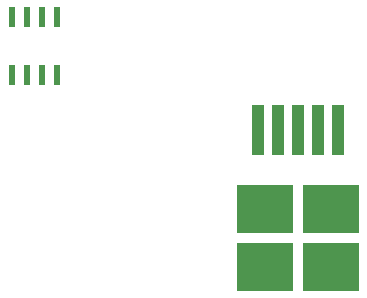
<source format=gbr>
%TF.GenerationSoftware,KiCad,Pcbnew,7.0.8*%
%TF.CreationDate,2023-10-31T22:16:14+02:00*%
%TF.ProjectId,Small_load_V1,536d616c-6c5f-46c6-9f61-645f56312e6b,rev?*%
%TF.SameCoordinates,Original*%
%TF.FileFunction,Paste,Bot*%
%TF.FilePolarity,Positive*%
%FSLAX46Y46*%
G04 Gerber Fmt 4.6, Leading zero omitted, Abs format (unit mm)*
G04 Created by KiCad (PCBNEW 7.0.8) date 2023-10-31 22:16:14*
%MOMM*%
%LPD*%
G01*
G04 APERTURE LIST*
G04 Aperture macros list*
%AMRoundRect*
0 Rectangle with rounded corners*
0 $1 Rounding radius*
0 $2 $3 $4 $5 $6 $7 $8 $9 X,Y pos of 4 corners*
0 Add a 4 corners polygon primitive as box body*
4,1,4,$2,$3,$4,$5,$6,$7,$8,$9,$2,$3,0*
0 Add four circle primitives for the rounded corners*
1,1,$1+$1,$2,$3*
1,1,$1+$1,$4,$5*
1,1,$1+$1,$6,$7*
1,1,$1+$1,$8,$9*
0 Add four rect primitives between the rounded corners*
20,1,$1+$1,$2,$3,$4,$5,0*
20,1,$1+$1,$4,$5,$6,$7,0*
20,1,$1+$1,$6,$7,$8,$9,0*
20,1,$1+$1,$8,$9,$2,$3,0*%
G04 Aperture macros list end*
%ADD10RoundRect,0.052500X0.217500X-0.825000X0.217500X0.825000X-0.217500X0.825000X-0.217500X-0.825000X0*%
%ADD11RoundRect,0.020000X-0.475000X2.050000X-0.475000X-2.050000X0.475000X-2.050000X0.475000X2.050000X0*%
%ADD12RoundRect,0.022500X-2.340000X2.025000X-2.340000X-2.025000X2.340000X-2.025000X2.340000X2.025000X0*%
G04 APERTURE END LIST*
D10*
%TO.C,U6*%
X98005000Y-90475000D03*
X96735000Y-90475000D03*
X95465000Y-90475000D03*
X94195000Y-90475000D03*
X94195000Y-85525000D03*
X95465000Y-85525000D03*
X96735000Y-85525000D03*
X98005000Y-85525000D03*
%TD*%
D11*
%TO.C,U7*%
X115000000Y-95100000D03*
X116700000Y-95100000D03*
X118400000Y-95100000D03*
D12*
X121175000Y-101825000D03*
X115625000Y-101825000D03*
X121175000Y-106675000D03*
X115625000Y-106675000D03*
D11*
X120100000Y-95100000D03*
X121800000Y-95100000D03*
%TD*%
M02*

</source>
